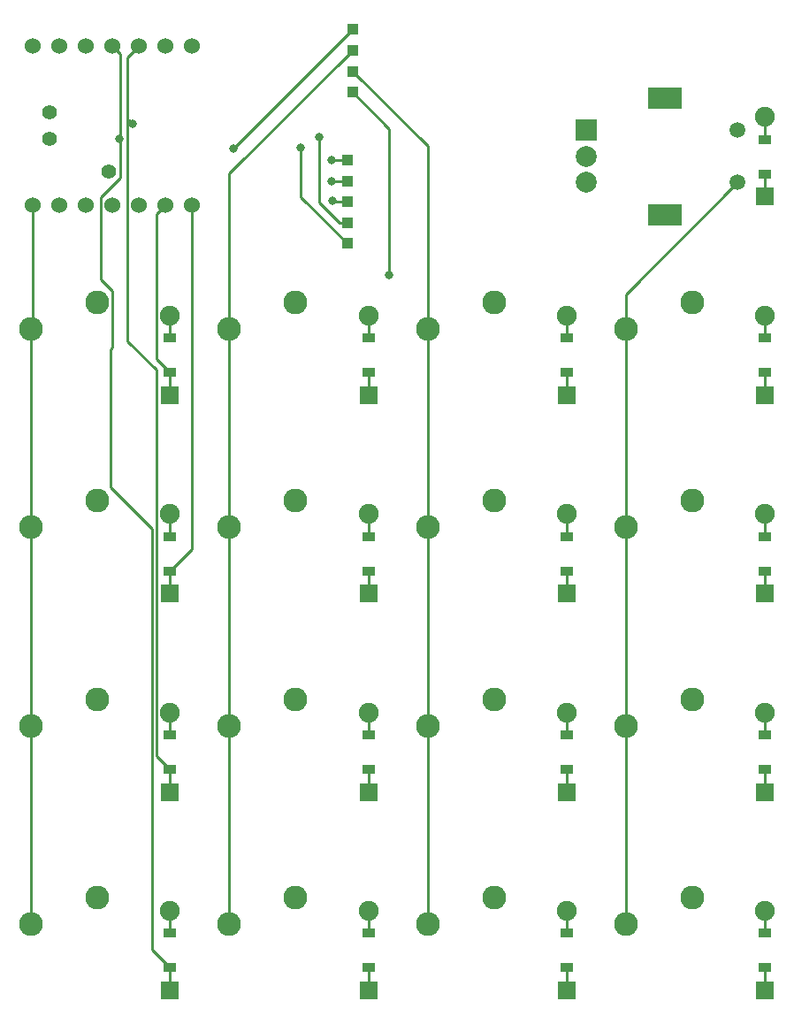
<source format=gbr>
%TF.GenerationSoftware,KiCad,Pcbnew,8.0.5*%
%TF.CreationDate,2024-10-25T18:54:30-04:00*%
%TF.ProjectId,macropad,6d616372-6f70-4616-942e-6b696361645f,v1.0.0*%
%TF.SameCoordinates,Original*%
%TF.FileFunction,Copper,L2,Bot*%
%TF.FilePolarity,Positive*%
%FSLAX46Y46*%
G04 Gerber Fmt 4.6, Leading zero omitted, Abs format (unit mm)*
G04 Created by KiCad (PCBNEW 8.0.5) date 2024-10-25 18:54:30*
%MOMM*%
%LPD*%
G01*
G04 APERTURE LIST*
%TA.AperFunction,ComponentPad*%
%ADD10C,2.286000*%
%TD*%
%TA.AperFunction,ComponentPad*%
%ADD11R,1.778000X1.778000*%
%TD*%
%TA.AperFunction,SMDPad,CuDef*%
%ADD12R,1.200000X0.900000*%
%TD*%
%TA.AperFunction,ComponentPad*%
%ADD13C,1.905000*%
%TD*%
%TA.AperFunction,ComponentPad*%
%ADD14R,3.200000X2.000000*%
%TD*%
%TA.AperFunction,ComponentPad*%
%ADD15C,1.500000*%
%TD*%
%TA.AperFunction,ComponentPad*%
%ADD16R,2.000000X2.000000*%
%TD*%
%TA.AperFunction,ComponentPad*%
%ADD17C,2.000000*%
%TD*%
%TA.AperFunction,ComponentPad*%
%ADD18C,1.530000*%
%TD*%
%TA.AperFunction,ComponentPad*%
%ADD19C,1.400000*%
%TD*%
%TA.AperFunction,SMDPad,CuDef*%
%ADD20R,1.000000X1.000000*%
%TD*%
%TA.AperFunction,ViaPad*%
%ADD21C,0.800000*%
%TD*%
%TA.AperFunction,Conductor*%
%ADD22C,0.250000*%
%TD*%
G04 APERTURE END LIST*
D10*
%TO.P,S14,1*%
%TO.N,col4_row4*%
X148540000Y-99110000D03*
%TO.P,S14,2*%
%TO.N,col4*%
X142190000Y-101650000D03*
%TD*%
D11*
%TO.P,D10,1*%
%TO.N,row4*%
X136500000Y-108000000D03*
D12*
X136500000Y-105840000D03*
%TO.P,D10,2*%
%TO.N,col3_row4*%
X136500000Y-102540000D03*
D13*
X136500000Y-100380000D03*
%TD*%
D10*
%TO.P,S5,1*%
%TO.N,col2_row5*%
X110540000Y-118110000D03*
%TO.P,S5,2*%
%TO.N,col2*%
X104190000Y-120650000D03*
%TD*%
%TO.P,S2,1*%
%TO.N,col1_row4*%
X91540000Y-99110000D03*
%TO.P,S2,2*%
%TO.N,col1*%
X85190000Y-101650000D03*
%TD*%
%TO.P,S7,1*%
%TO.N,col2_row3*%
X110540000Y-80110000D03*
%TO.P,S7,2*%
%TO.N,col2*%
X104190000Y-82650000D03*
%TD*%
%TO.P,S12,1*%
%TO.N,col3_row2*%
X129540000Y-61110000D03*
%TO.P,S12,2*%
%TO.N,col3*%
X123190000Y-63650000D03*
%TD*%
%TO.P,S13,1*%
%TO.N,col4_row5*%
X148540000Y-118110000D03*
%TO.P,S13,2*%
%TO.N,col4*%
X142190000Y-120650000D03*
%TD*%
D11*
%TO.P,D13,1*%
%TO.N,row5*%
X155500000Y-127000000D03*
D12*
X155500000Y-124840000D03*
%TO.P,D13,2*%
%TO.N,col4_row5*%
X155500000Y-121540000D03*
D13*
X155500000Y-119380000D03*
%TD*%
D10*
%TO.P,S11,1*%
%TO.N,col3_row3*%
X129540000Y-80110000D03*
%TO.P,S11,2*%
%TO.N,col3*%
X123190000Y-82650000D03*
%TD*%
%TO.P,S15,1*%
%TO.N,col4_row3*%
X148540000Y-80110000D03*
%TO.P,S15,2*%
%TO.N,col4*%
X142190000Y-82650000D03*
%TD*%
D11*
%TO.P,D2,1*%
%TO.N,row4*%
X98500000Y-108000000D03*
D12*
X98500000Y-105840000D03*
%TO.P,D2,2*%
%TO.N,col1_row4*%
X98500000Y-102540000D03*
D13*
X98500000Y-100380000D03*
%TD*%
D11*
%TO.P,D9,1*%
%TO.N,row5*%
X136500000Y-127000000D03*
D12*
X136500000Y-124840000D03*
%TO.P,D9,2*%
%TO.N,col3_row5*%
X136500000Y-121540000D03*
D13*
X136500000Y-119380000D03*
%TD*%
D14*
%TO.P,ROT1,*%
%TO.N,*%
X145880000Y-41550000D03*
X145880000Y-52750000D03*
D15*
%TO.P,ROT1,1*%
%TO.N,col4_row1*%
X152880000Y-44650000D03*
%TO.P,ROT1,2*%
%TO.N,col4*%
X152880000Y-49650000D03*
D16*
%TO.P,ROT1,A*%
%TO.N,ENCA*%
X138380000Y-44650000D03*
D17*
%TO.P,ROT1,B*%
%TO.N,ENCB*%
X138380000Y-49650000D03*
%TO.P,ROT1,C*%
%TO.N,GND*%
X138380000Y-47150000D03*
%TD*%
D11*
%TO.P,D4,1*%
%TO.N,row2*%
X98500000Y-70000000D03*
D12*
X98500000Y-67840000D03*
%TO.P,D4,2*%
%TO.N,col1_row2*%
X98500000Y-64540000D03*
D13*
X98500000Y-62380000D03*
%TD*%
D11*
%TO.P,D14,1*%
%TO.N,row4*%
X155500000Y-108000000D03*
D12*
X155500000Y-105840000D03*
%TO.P,D14,2*%
%TO.N,col4_row4*%
X155500000Y-102540000D03*
D13*
X155500000Y-100380000D03*
%TD*%
D11*
%TO.P,D15,1*%
%TO.N,row3*%
X155500000Y-89000000D03*
D12*
X155500000Y-86840000D03*
%TO.P,D15,2*%
%TO.N,col4_row3*%
X155500000Y-83540000D03*
D13*
X155500000Y-81380000D03*
%TD*%
D11*
%TO.P,D6,1*%
%TO.N,row4*%
X117500000Y-108000000D03*
D12*
X117500000Y-105840000D03*
%TO.P,D6,2*%
%TO.N,col2_row4*%
X117500000Y-102540000D03*
D13*
X117500000Y-100380000D03*
%TD*%
D10*
%TO.P,S6,1*%
%TO.N,col2_row4*%
X110540000Y-99110000D03*
%TO.P,S6,2*%
%TO.N,col2*%
X104190000Y-101650000D03*
%TD*%
D11*
%TO.P,D3,1*%
%TO.N,row3*%
X98500000Y-89000000D03*
D12*
X98500000Y-86840000D03*
%TO.P,D3,2*%
%TO.N,col1_row3*%
X98500000Y-83540000D03*
D13*
X98500000Y-81380000D03*
%TD*%
D11*
%TO.P,D8,1*%
%TO.N,row2*%
X117500000Y-70000000D03*
D12*
X117500000Y-67840000D03*
%TO.P,D8,2*%
%TO.N,col2_row2*%
X117500000Y-64540000D03*
D13*
X117500000Y-62380000D03*
%TD*%
D18*
%TO.P,_1,*%
%TO.N,col1*%
X85380000Y-51810000D03*
%TO.N,col2*%
X87920000Y-51810000D03*
%TO.N,col3*%
X90460000Y-51810000D03*
%TO.N,col4*%
X93000000Y-51810000D03*
%TO.N,row1*%
X95540000Y-51810000D03*
%TO.N,row2*%
X98080000Y-51810000D03*
%TO.N,row3*%
X100620000Y-51810000D03*
D19*
%TO.N,BATP*%
X92683000Y-48635000D03*
%TO.N,RST*%
X86967000Y-45460000D03*
%TO.N,GND*%
X86967000Y-42920000D03*
D18*
%TO.N,RAW5V*%
X85380000Y-36570000D03*
%TO.N,GND*%
X87920000Y-36570000D03*
%TO.N,RAW3V3*%
X90460000Y-36570000D03*
%TO.N,row5*%
X93000000Y-36570000D03*
%TO.N,row4*%
X95540000Y-36570000D03*
%TO.N,ENCB*%
X98080000Y-36570000D03*
%TO.N,ENCA*%
X100620000Y-36570000D03*
%TD*%
D10*
%TO.P,S10,1*%
%TO.N,col3_row4*%
X129540000Y-99110000D03*
%TO.P,S10,2*%
%TO.N,col3*%
X123190000Y-101650000D03*
%TD*%
%TO.P,S1,1*%
%TO.N,col1_row5*%
X91540000Y-118110000D03*
%TO.P,S1,2*%
%TO.N,col1*%
X85190000Y-120650000D03*
%TD*%
D11*
%TO.P,D11,1*%
%TO.N,row3*%
X136500000Y-89000000D03*
D12*
X136500000Y-86840000D03*
%TO.P,D11,2*%
%TO.N,col3_row3*%
X136500000Y-83540000D03*
D13*
X136500000Y-81380000D03*
%TD*%
D10*
%TO.P,S16,1*%
%TO.N,col4_row2*%
X148540000Y-61110000D03*
%TO.P,S16,2*%
%TO.N,col4*%
X142190000Y-63650000D03*
%TD*%
D11*
%TO.P,D12,1*%
%TO.N,row2*%
X136500000Y-70000000D03*
D12*
X136500000Y-67840000D03*
%TO.P,D12,2*%
%TO.N,col3_row2*%
X136500000Y-64540000D03*
D13*
X136500000Y-62380000D03*
%TD*%
D11*
%TO.P,D5,1*%
%TO.N,row5*%
X117500000Y-127000000D03*
D12*
X117500000Y-124840000D03*
%TO.P,D5,2*%
%TO.N,col2_row5*%
X117500000Y-121540000D03*
D13*
X117500000Y-119380000D03*
%TD*%
D10*
%TO.P,S4,1*%
%TO.N,col1_row2*%
X91540000Y-61110000D03*
%TO.P,S4,2*%
%TO.N,col1*%
X85190000Y-63650000D03*
%TD*%
%TO.P,S9,1*%
%TO.N,col3_row5*%
X129540000Y-118110000D03*
%TO.P,S9,2*%
%TO.N,col3*%
X123190000Y-120650000D03*
%TD*%
D11*
%TO.P,D7,1*%
%TO.N,row3*%
X117500000Y-89000000D03*
D12*
X117500000Y-86840000D03*
%TO.P,D7,2*%
%TO.N,col2_row3*%
X117500000Y-83540000D03*
D13*
X117500000Y-81380000D03*
%TD*%
D10*
%TO.P,S8,1*%
%TO.N,col2_row2*%
X110540000Y-61110000D03*
%TO.P,S8,2*%
%TO.N,col2*%
X104190000Y-63650000D03*
%TD*%
D11*
%TO.P,D16,1*%
%TO.N,row2*%
X155500000Y-70000000D03*
D12*
X155500000Y-67840000D03*
%TO.P,D16,2*%
%TO.N,col4_row2*%
X155500000Y-64540000D03*
D13*
X155500000Y-62380000D03*
%TD*%
D10*
%TO.P,S3,1*%
%TO.N,col1_row3*%
X91540000Y-80110000D03*
%TO.P,S3,2*%
%TO.N,col1*%
X85190000Y-82650000D03*
%TD*%
D11*
%TO.P,D17,1*%
%TO.N,row1*%
X155500000Y-51000000D03*
D12*
X155500000Y-48840000D03*
%TO.P,D17,2*%
%TO.N,col4_row1*%
X155500000Y-45540000D03*
D13*
X155500000Y-43380000D03*
%TD*%
D11*
%TO.P,D1,1*%
%TO.N,row5*%
X98500000Y-127000000D03*
D12*
X98500000Y-124840000D03*
%TO.P,D1,2*%
%TO.N,col1_row5*%
X98500000Y-121540000D03*
D13*
X98500000Y-119380000D03*
%TD*%
D20*
%TO.P,REF\u002A\u002A,1*%
%TO.N,col2*%
X116000000Y-37000000D03*
%TD*%
%TO.P,REF\u002A\u002A,1*%
%TO.N,col3*%
X116000000Y-39000000D03*
%TD*%
%TO.P,REF\u002A\u002A,1*%
%TO.N,row1*%
X115500000Y-47500000D03*
%TD*%
%TO.P,REF\u002A\u002A,1*%
%TO.N,col1*%
X116000000Y-35000000D03*
%TD*%
%TO.P,REF\u002A\u002A,1*%
%TO.N,row5*%
X115500000Y-55500000D03*
%TD*%
%TO.P,REF\u002A\u002A,1*%
%TO.N,row4*%
X115500000Y-53500000D03*
%TD*%
%TO.P,REF\u002A\u002A,1*%
%TO.N,col4*%
X116000000Y-41000000D03*
%TD*%
%TO.P,REF\u002A\u002A,1*%
%TO.N,row3*%
X115500000Y-51500000D03*
%TD*%
%TO.P,REF\u002A\u002A,1*%
%TO.N,row2*%
X115500000Y-49500000D03*
%TD*%
D21*
%TO.N,col1*%
X104600000Y-46400000D03*
%TO.N,col4*%
X119500000Y-58500000D03*
%TO.N,row5*%
X111050000Y-46350000D03*
X93700000Y-45500000D03*
%TO.N,row4*%
X112800000Y-45300000D03*
X94900000Y-44000000D03*
%TO.N,row3*%
X114100000Y-51400000D03*
%TO.N,row2*%
X114000000Y-49500000D03*
%TO.N,row1*%
X114000000Y-47500000D03*
%TD*%
D22*
%TO.N,col1_row5*%
X98500000Y-121540000D02*
X98500000Y-119380000D01*
%TO.N,col1*%
X85380000Y-63460000D02*
X85190000Y-63650000D01*
X116000000Y-35000000D02*
X104600000Y-46400000D01*
X85190000Y-63650000D02*
X85190000Y-82650000D01*
X85190000Y-82650000D02*
X85190000Y-101650000D01*
X85380000Y-51810000D02*
X85380000Y-63460000D01*
X85190000Y-120650000D02*
X85190000Y-101650000D01*
%TO.N,col1_row4*%
X98500000Y-102540000D02*
X98500000Y-100380000D01*
%TO.N,col1_row3*%
X98500000Y-83540000D02*
X98500000Y-81380000D01*
%TO.N,col1_row2*%
X98500000Y-64540000D02*
X98500000Y-62380000D01*
%TO.N,col2_row5*%
X117500000Y-121540000D02*
X117500000Y-119380000D01*
%TO.N,col2*%
X104190000Y-120650000D02*
X104190000Y-101650000D01*
X104190000Y-48810000D02*
X104190000Y-63650000D01*
X104190000Y-63650000D02*
X104190000Y-82650000D01*
X104190000Y-82650000D02*
X104190000Y-101650000D01*
X116000000Y-37000000D02*
X104190000Y-48810000D01*
%TO.N,col2_row4*%
X117500000Y-102540000D02*
X117500000Y-100380000D01*
%TO.N,col2_row3*%
X117500000Y-83540000D02*
X117500000Y-81380000D01*
%TO.N,col2_row2*%
X117500000Y-64540000D02*
X117500000Y-62380000D01*
%TO.N,col3_row5*%
X136500000Y-121540000D02*
X136500000Y-119380000D01*
%TO.N,col3*%
X123190000Y-101650000D02*
X123190000Y-120650000D01*
X123190000Y-82650000D02*
X123190000Y-101650000D01*
X116000000Y-39000000D02*
X123190000Y-46190000D01*
X123190000Y-63650000D02*
X123190000Y-82650000D01*
X123190000Y-46190000D02*
X123190000Y-63650000D01*
%TO.N,col3_row4*%
X136500000Y-102540000D02*
X136500000Y-100380000D01*
%TO.N,col3_row3*%
X136500000Y-83540000D02*
X136500000Y-81380000D01*
%TO.N,col3_row2*%
X136500000Y-64540000D02*
X136500000Y-62380000D01*
%TO.N,col4_row5*%
X155500000Y-121540000D02*
X155500000Y-119380000D01*
%TO.N,col4*%
X142190000Y-63650000D02*
X142190000Y-82650000D01*
X142190000Y-60340000D02*
X152880000Y-49650000D01*
X142190000Y-82650000D02*
X142190000Y-101650000D01*
X119500000Y-44500000D02*
X116000000Y-41000000D01*
X142190000Y-63650000D02*
X142190000Y-60340000D01*
X142190000Y-101650000D02*
X142190000Y-120650000D01*
X119500000Y-58500000D02*
X119500000Y-44500000D01*
%TO.N,col4_row4*%
X155500000Y-102540000D02*
X155500000Y-100380000D01*
%TO.N,col4_row3*%
X155500000Y-83540000D02*
X155500000Y-81380000D01*
%TO.N,col4_row2*%
X155500000Y-64540000D02*
X155500000Y-62380000D01*
%TO.N,col4_row1*%
X155500000Y-45540000D02*
X155500000Y-43380000D01*
%TO.N,row5*%
X92854100Y-65645900D02*
X92854100Y-78854100D01*
X93008000Y-60008000D02*
X93008000Y-65492000D01*
X96772500Y-123112500D02*
X98500000Y-124840000D01*
X155500000Y-127000000D02*
X155500000Y-124840000D01*
X115500000Y-55500000D02*
X111050000Y-51050000D01*
X92854100Y-78854100D02*
X96772500Y-82772500D01*
X111050000Y-51050000D02*
X111050000Y-46350000D01*
X91910000Y-58910000D02*
X93008000Y-60008000D01*
X117500000Y-127000000D02*
X117500000Y-124840000D01*
X93008000Y-65492000D02*
X92854100Y-65645900D01*
X96772500Y-82772500D02*
X96772500Y-123112500D01*
X93765000Y-37335000D02*
X93765000Y-49235000D01*
X136500000Y-127000000D02*
X136500000Y-124840000D01*
X93000000Y-36570000D02*
X93765000Y-37335000D01*
X93765000Y-49235000D02*
X91910000Y-51090000D01*
X91910000Y-51090000D02*
X91910000Y-58910000D01*
X98500000Y-127000000D02*
X98500000Y-124840000D01*
%TO.N,row4*%
X94450000Y-64826316D02*
X97222500Y-67598816D01*
X112800000Y-51550000D02*
X112800000Y-45300000D01*
X98500000Y-108000000D02*
X98500000Y-105840000D01*
X97222500Y-67598816D02*
X97222500Y-104562500D01*
X136500000Y-108000000D02*
X136500000Y-105840000D01*
X97222500Y-104562500D02*
X98500000Y-105840000D01*
X115500000Y-53500000D02*
X114750000Y-53500000D01*
X94600000Y-43700000D02*
X94450000Y-43700000D01*
X112800000Y-45300000D02*
X112800000Y-45200000D01*
X155500000Y-108000000D02*
X155500000Y-105840000D01*
X95540000Y-36570000D02*
X94450000Y-37660000D01*
X94900000Y-44000000D02*
X94600000Y-43700000D01*
X117500000Y-108000000D02*
X117500000Y-105840000D01*
X114750000Y-53500000D02*
X112800000Y-51550000D01*
X94450000Y-43700000D02*
X94450000Y-46500000D01*
X94450000Y-37660000D02*
X94450000Y-43700000D01*
X94450000Y-46500000D02*
X94450000Y-64826316D01*
%TO.N,row3*%
X117500000Y-89000000D02*
X117500000Y-86840000D01*
X100620000Y-84720000D02*
X98500000Y-86840000D01*
X155500000Y-89000000D02*
X155500000Y-86840000D01*
X114200000Y-51500000D02*
X114100000Y-51400000D01*
X136500000Y-89000000D02*
X136500000Y-86840000D01*
X115190000Y-51810000D02*
X115500000Y-51500000D01*
X98500000Y-89000000D02*
X98500000Y-86840000D01*
X115500000Y-51500000D02*
X114200000Y-51500000D01*
X100620000Y-51810000D02*
X100620000Y-84720000D01*
%TO.N,row2*%
X97222500Y-66562500D02*
X98500000Y-67840000D01*
X98500000Y-70000000D02*
X98500000Y-67840000D01*
X117500000Y-70000000D02*
X117500000Y-67840000D01*
X97222500Y-52667500D02*
X97222500Y-66562500D01*
X98080000Y-51810000D02*
X97222500Y-52667500D01*
X155500000Y-70000000D02*
X155500000Y-67840000D01*
X136500000Y-70000000D02*
X136500000Y-67840000D01*
X115500000Y-49500000D02*
X114000000Y-49500000D01*
%TO.N,row1*%
X114000000Y-47500000D02*
X115500000Y-47500000D01*
X155500000Y-51000000D02*
X155500000Y-48840000D01*
%TD*%
M02*

</source>
